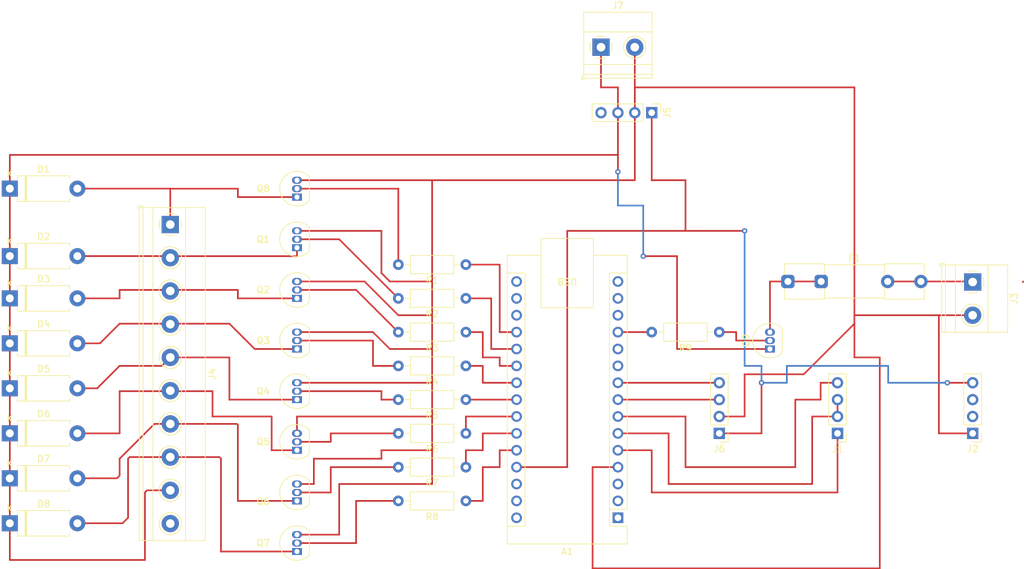
<source format=kicad_pcb>
(kicad_pcb (version 20221018) (generator pcbnew)
  (layers (0 "F.Cu" signal) (31 "B.Cu" signal) (34 "B.Paste" user) (35 "F.Paste" user) (36 "B.SilkS" user "B.Silkscreen") (37 "F.SilkS" user "F.Silkscreen") (38 "B.Mask" user) (39 "F.Mask" user) (44 "Edge.Cuts" user))
  (net 0 "")
  (net 4 "Net-(A1-D2)")
  (net 5 "Net-(A1-D3)")
  (net 6 "Net-(A1-D4)")
  (net 7 "Net-(A1-D5)")
  (net 8 "Net-(A1-D6)")
  (net 11 "Net-(A1-D9)")
  (net 18 "Net-(A1-A0)")
  (net 19 "Net-(A1-A1)")
  (net 20 "Net-(A1-A2)")
  (net 21 "Net-(A1-A3)")
  (net 22 "Net-(A1-A4)")
  (net 23 "Net-(A1-A5)")
  (net 24 "Net-(A1-A6)")
  (net 25 "Net-(A1-A7)")
  (net 26 "Net-(A1-+5V)")
  (net 28 "GND")
  (net 30 "Net-(Q9-E)")
  (net 31 "Net-(J3-Pin_1)")
  (net 36 "Net-(Q1-B)")
  (net 37 "Net-(Q2-B)")
  (net 38 "Net-(Q3-B)")
  (net 39 "Net-(Q4-B)")
  (net 40 "Net-(Q5-B)")
  (net 41 "Net-(Q6-B)")
  (net 42 "Net-(Q7-B)")
  (net 43 "Net-(Q8-B)")
  (net 44 "Net-(Q9-B)")
  (net 45 "Net-(D1-K)")
  (net 47 "Net-(D8-A)")
  (net 48 "Net-(D7-A)")
  (net 49 "Net-(D6-A)")
  (net 50 "Net-(D5-A)")
  (net 51 "Net-(D4-A)")
  (net 52 "Net-(D3-A)")
  (net 53 "Net-(D2-A)")
  (net 54 "Net-(D1-A)")
  (footprint "Package_TO_SOT_THT:TO-92_Inline" (layer "F.Cu") (at 104.14 116.84 90)
    (fp_text reference "Q7" (at 1.27 -5.08 180) (layer "F.SilkS"))
    (fp_text value "BC337")
    (pad "1" thru_hole rect (at 0 0 90) (size 1.05 1.5) (drill 0.75) (layers "*.Cu" "*.Mask") (net 47 "Net-(D8-A)"))
    (pad "2" thru_hole oval (at 1.27 0 90) (size 1.05 1.5) (drill 0.75) (layers "*.Cu" "*.Mask") (net 42 "Net-(Q7-B)"))
    (pad "3" thru_hole oval (at 2.54 0 90) (size 1.05 1.5) (drill 0.75) (layers "*.Cu" "*.Mask") (net 28 "GND"))
  )
  (footprint "Diode_THT:D_DO-15_P10.16mm_Horizontal" (layer "F.Cu") (at 60.96 78.74)
    (fp_text reference "D3" (at 5.08 -2.92) (layer "F.SilkS"))
    (fp_text value "1N53xxB")
    (fp_text user "K" (at 0 -2.2) (layer "F.SilkS"))
    (pad "1" thru_hole rect (at 0 0) (size 2.4 2.4) (drill 1.2) (layers "*.Cu" "*.Mask") (net 45 "Net-(D1-K)"))
    (pad "2" thru_hole oval (at 10.16 0) (size 2.4 2.4) (drill 1.2) (layers "*.Cu" "*.Mask") (net 52 "Net-(D3-A)"))
  )
  (footprint "Package_TO_SOT_THT:TO-92_Inline" (layer "F.Cu") (at 104.14 101.6 90)
    (fp_text reference "Q5" (at 1.27 -5.08 180) (layer "F.SilkS"))
    (fp_text value "BC337")
    (pad "1" thru_hole rect (at 0 0 90) (size 1.05 1.5) (drill 0.75) (layers "*.Cu" "*.Mask") (net 49 "Net-(D6-A)"))
    (pad "2" thru_hole oval (at 1.27 0 90) (size 1.05 1.5) (drill 0.75) (layers "*.Cu" "*.Mask") (net 40 "Net-(Q5-B)"))
    (pad "3" thru_hole oval (at 2.54 0 90) (size 1.05 1.5) (drill 0.75) (layers "*.Cu" "*.Mask") (net 28 "GND"))
  )
  (footprint "Diode_THT:D_DO-15_P10.16mm_Horizontal" (layer "F.Cu") (at 60.96 92.28)
    (fp_text reference "D5" (at 5.08 -2.92) (layer "F.SilkS"))
    (fp_text value "1N53xxB")
    (fp_text user "K" (at 0 -2.2) (layer "F.SilkS"))
    (pad "1" thru_hole rect (at 0 0) (size 2.4 2.4) (drill 1.2) (layers "*.Cu" "*.Mask") (net 45 "Net-(D1-K)"))
    (pad "2" thru_hole oval (at 10.16 0) (size 2.4 2.4) (drill 1.2) (layers "*.Cu" "*.Mask") (net 50 "Net-(D5-A)"))
  )
  (footprint "Diode_THT:D_DO-15_P10.16mm_Horizontal" (layer "F.Cu") (at 60.96 112.59)
    (fp_text reference "D8" (at 5.08 -2.92) (layer "F.SilkS"))
    (fp_text value "1N53xxB")
    (fp_text user "K" (at 0 -2.2) (layer "F.SilkS"))
    (pad "1" thru_hole rect (at 0 0) (size 2.4 2.4) (drill 1.2) (layers "*.Cu" "*.Mask") (net 45 "Net-(D1-K)"))
    (pad "2" thru_hole oval (at 10.16 0) (size 2.4 2.4) (drill 1.2) (layers "*.Cu" "*.Mask") (net 47 "Net-(D8-A)"))
  )
  (footprint "Resistor_THT:R_Axial_DIN0207_L6.3mm_D2.5mm_P10.16mm_Horizontal" (layer "F.Cu") (at 129.54 73.66 180)
    (fp_text reference "R1" (at 5.08 -2.37) (layer "F.SilkS"))
    (fp_text value "10000")
    (pad "1" thru_hole circle (at 0 0 180) (size 1.6 1.6) (drill 0.8) (layers "*.Cu" "*.Mask") (net 18 "Net-(A1-A0)"))
    (pad "2" thru_hole oval (at 10.16 0 180) (size 1.6 1.6) (drill 0.8) (layers "*.Cu" "*.Mask") (net 43 "Net-(Q8-B)"))
  )
  (footprint "Resistor_THT:R_Axial_DIN0207_L6.3mm_D2.5mm_P10.16mm_Horizontal" (layer "F.Cu") (at 129.54 93.98 180)
    (fp_text reference "R5" (at 5.08 -2.37) (layer "F.SilkS"))
    (fp_text value "10000")
    (pad "1" thru_hole circle (at 0 0 180) (size 1.6 1.6) (drill 0.8) (layers "*.Cu" "*.Mask") (net 22 "Net-(A1-A4)"))
    (pad "2" thru_hole oval (at 10.16 0 180) (size 1.6 1.6) (drill 0.8) (layers "*.Cu" "*.Mask") (net 39 "Net-(Q4-B)"))
  )
  (footprint "Connector_PinHeader_2.54mm:PinHeader_1x04_P2.54mm_Vertical" (layer "F.Cu") (at 205.74 99.06 180)
    (fp_text reference "J2" (at 0 -2.33) (layer "F.SilkS"))
    (fp_text value "MAX485")
    (pad "1" thru_hole rect (at 0 0 180) (size 1.7 1.7) (drill 1) (layers "*.Cu" "*.Mask") (net 28 "GND"))
    (pad "2" thru_hole oval (at 0 2.54 180) (size 1.7 1.7) (drill 1) (layers "*.Cu" "*.Mask"))
    (pad "3" thru_hole oval (at 0 5.08 180) (size 1.7 1.7) (drill 1) (layers "*.Cu" "*.Mask"))
    (pad "4" thru_hole oval (at 0 7.62 180) (size 1.7 1.7) (drill 1) (layers "*.Cu" "*.Mask") (net 26 "Net-(A1-+5V)"))
  )
  (footprint "Module:Arduino_Nano" (layer "F.Cu") (at 152.4 111.76 180)
    (fp_text reference "A1" (at 7.62 -5.08) (layer "F.SilkS"))
    (fp_text value "Arduino_Nano_v3.x")
    (fp_text user "USB" (at 7.62 35.56 180 unlocked) (layer "F.SilkS"))
    (pad "1" thru_hole rect (at 0 0 180) (size 1.6 1.6) (drill 1) (layers "*.Cu" "*.Mask"))
    (pad "2" thru_hole oval (at 0 2.54 180) (size 1.6 1.6) (drill 1) (layers "*.Cu" "*.Mask"))
    (pad "3" thru_hole oval (at 0 5.08 180) (size 1.6 1.6) (drill 1) (layers "*.Cu" "*.Mask"))
    (pad "4" thru_hole oval (at 0 7.62 180) (size 1.6 1.6) (drill 1) (layers "*.Cu" "*.Mask") (net 28 "GND"))
    (pad "5" thru_hole oval (at 0 10.16 180) (size 1.6 1.6) (drill 1) (layers "*.Cu" "*.Mask") (net 4 "Net-(A1-D2)"))
    (pad "6" thru_hole oval (at 0 12.7 180) (size 1.6 1.6) (drill 1) (layers "*.Cu" "*.Mask") (net 5 "Net-(A1-D3)"))
    (pad "7" thru_hole oval (at 0 15.24 180) (size 1.6 1.6) (drill 1) (layers "*.Cu" "*.Mask") (net 6 "Net-(A1-D4)"))
    (pad "8" thru_hole oval (at 0 17.78 180) (size 1.6 1.6) (drill 1) (layers "*.Cu" "*.Mask") (net 7 "Net-(A1-D5)"))
    (pad "9" thru_hole oval (at 0 20.32 180) (size 1.6 1.6) (drill 1) (layers "*.Cu" "*.Mask") (net 8 "Net-(A1-D6)"))
    (pad "10" thru_hole oval (at 0 22.86 180) (size 1.6 1.6) (drill 1) (layers "*.Cu" "*.Mask"))
    (pad "11" thru_hole oval (at 0 25.4 180) (size 1.6 1.6) (drill 1) (layers "*.Cu" "*.Mask"))
    (pad "12" thru_hole oval (at 0 27.94 180) (size 1.6 1.6) (drill 1) (layers "*.Cu" "*.Mask") (net 11 "Net-(A1-D9)"))
    (pad "13" thru_hole oval (at 0 30.48 180) (size 1.6 1.6) (drill 1) (layers "*.Cu" "*.Mask"))
    (pad "14" thru_hole oval (at 0 33.02 180) (size 1.6 1.6) (drill 1) (layers "*.Cu" "*.Mask"))
    (pad "15" thru_hole oval (at 0 35.56 180) (size 1.6 1.6) (drill 1) (layers "*.Cu" "*.Mask"))
    (pad "16" thru_hole oval (at 15.24 35.56 180) (size 1.6 1.6) (drill 1) (layers "*.Cu" "*.Mask"))
    (pad "17" thru_hole oval (at 15.24 33.02 180) (size 1.6 1.6) (drill 1) (layers "*.Cu" "*.Mask"))
    (pad "18" thru_hole oval (at 15.24 30.48 180) (size 1.6 1.6) (drill 1) (layers "*.Cu" "*.Mask"))
    (pad "19" thru_hole oval (at 15.24 27.94 180) (size 1.6 1.6) (drill 1) (layers "*.Cu" "*.Mask") (net 18 "Net-(A1-A0)"))
    (pad "20" thru_hole oval (at 15.24 25.4 180) (size 1.6 1.6) (drill 1) (layers "*.Cu" "*.Mask") (net 19 "Net-(A1-A1)"))
    (pad "21" thru_hole oval (at 15.24 22.86 180) (size 1.6 1.6) (drill 1) (layers "*.Cu" "*.Mask") (net 20 "Net-(A1-A2)"))
    (pad "22" thru_hole oval (at 15.24 20.32 180) (size 1.6 1.6) (drill 1) (layers "*.Cu" "*.Mask") (net 21 "Net-(A1-A3)"))
    (pad "23" thru_hole oval (at 15.24 17.78 180) (size 1.6 1.6) (drill 1) (layers "*.Cu" "*.Mask") (net 22 "Net-(A1-A4)"))
    (pad "24" thru_hole oval (at 15.24 15.24 180) (size 1.6 1.6) (drill 1) (layers "*.Cu" "*.Mask") (net 23 "Net-(A1-A5)"))
    (pad "25" thru_hole oval (at 15.24 12.7 180) (size 1.6 1.6) (drill 1) (layers "*.Cu" "*.Mask") (net 24 "Net-(A1-A6)"))
    (pad "26" thru_hole oval (at 15.24 10.16 180) (size 1.6 1.6) (drill 1) (layers "*.Cu" "*.Mask") (net 25 "Net-(A1-A7)"))
    (pad "27" thru_hole oval (at 15.24 7.62 180) (size 1.6 1.6) (drill 1) (layers "*.Cu" "*.Mask") (net 26 "Net-(A1-+5V)"))
    (pad "28" thru_hole oval (at 15.24 5.08 180) (size 1.6 1.6) (drill 1) (layers "*.Cu" "*.Mask"))
    (pad "29" thru_hole oval (at 15.24 2.54 180) (size 1.6 1.6) (drill 1) (layers "*.Cu" "*.Mask"))
    (pad "30" thru_hole oval (at 15.24 0 180) (size 1.6 1.6) (drill 1) (layers "*.Cu" "*.Mask"))
  )
  (footprint "Connector_PinHeader_2.54mm:PinHeader_1x04_P2.54mm_Vertical" (layer "F.Cu") (at 185.42 99.06 180)
    (fp_text reference "J1" (at 0 -2.33) (layer "F.SilkS"))
    (fp_text value "MAX485")
    (pad "1" thru_hole rect (at 0 0 180) (size 1.7 1.7) (drill 1) (layers "*.Cu" "*.Mask") (net 4 "Net-(A1-D2)"))
    (pad "2" thru_hole oval (at 0 2.54 180) (size 1.7 1.7) (drill 1) (layers "*.Cu" "*.Mask") (net 5 "Net-(A1-D3)"))
    (pad "3" thru_hole oval (at 0 5.08 180) (size 1.7 1.7) (drill 1) (layers "*.Cu" "*.Mask") (net 5 "Net-(A1-D3)"))
    (pad "4" thru_hole oval (at 0 7.62 180) (size 1.7 1.7) (drill 1) (layers "*.Cu" "*.Mask") (net 6 "Net-(A1-D4)"))
  )
  (footprint "Resistor_THT:R_Axial_DIN0207_L6.3mm_D2.5mm_P10.16mm_Horizontal" (layer "F.Cu") (at 129.54 99.06 180)
    (fp_text reference "R6" (at 5.08 -2.37) (layer "F.SilkS"))
    (fp_text value "10000")
    (pad "1" thru_hole circle (at 0 0 180) (size 1.6 1.6) (drill 0.8) (layers "*.Cu" "*.Mask") (net 23 "Net-(A1-A5)"))
    (pad "2" thru_hole oval (at 10.16 0 180) (size 1.6 1.6) (drill 0.8) (layers "*.Cu" "*.Mask") (net 40 "Net-(Q5-B)"))
  )
  (footprint "Package_TO_SOT_THT:TO-92_Inline" (layer "F.Cu") (at 175.26 86.36 90)
    (fp_text reference "Q9" (at 1.27 -3.56 90) (layer "F.SilkS"))
    (fp_text value "NPN")
    (pad "1" thru_hole rect (at 0 0 90) (size 1.05 1.5) (drill 0.75) (layers "*.Cu" "*.Mask") (net 45 "Net-(D1-K)"))
    (pad "2" thru_hole oval (at 1.27 0 90) (size 1.05 1.5) (drill 0.75) (layers "*.Cu" "*.Mask") (net 44 "Net-(Q9-B)"))
    (pad "3" thru_hole oval (at 2.54 0 90) (size 1.05 1.5) (drill 0.75) (layers "*.Cu" "*.Mask") (net 30 "Net-(Q9-E)"))
  )
  (footprint "Package_TO_SOT_THT:TO-92_Inline" (layer "F.Cu") (at 104.14 78.74 90)
    (fp_text reference "Q2" (at 1.27 -5.08 180) (layer "F.SilkS"))
    (fp_text value "BC337")
    (pad "1" thru_hole rect (at 0 0 90) (size 1.05 1.5) (drill 0.75) (layers "*.Cu" "*.Mask") (net 52 "Net-(D3-A)"))
    (pad "2" thru_hole oval (at 1.27 0 90) (size 1.05 1.5) (drill 0.75) (layers "*.Cu" "*.Mask") (net 37 "Net-(Q2-B)"))
    (pad "3" thru_hole oval (at 2.54 0 90) (size 1.05 1.5) (drill 0.75) (layers "*.Cu" "*.Mask") (net 28 "GND"))
  )
  (footprint "Package_TO_SOT_THT:TO-92_Inline" (layer "F.Cu") (at 104.14 109.22 90)
    (fp_text reference "Q6" (at -0.09 -5.08 180) (layer "F.SilkS"))
    (fp_text value "BC337")
    (pad "1" thru_hole rect (at 0 0 90) (size 1.05 1.5) (drill 0.75) (layers "*.Cu" "*.Mask") (net 48 "Net-(D7-A)"))
    (pad "2" thru_hole oval (at 1.27 0 90) (size 1.05 1.5) (drill 0.75) (layers "*.Cu" "*.Mask") (net 41 "Net-(Q6-B)"))
    (pad "3" thru_hole oval (at 2.54 0 90) (size 1.05 1.5) (drill 0.75) (layers "*.Cu" "*.Mask") (net 28 "GND"))
  )
  (footprint "Resistor_THT:R_Axial_DIN0207_L6.3mm_D2.5mm_P10.16mm_Horizontal" (layer "F.Cu") (at 129.54 88.9 180)
    (fp_text reference "R4" (at 5.08 -2.37) (layer "F.SilkS"))
    (fp_text value "10000")
    (pad "1" thru_hole circle (at 0 0 180) (size 1.6 1.6) (drill 0.8) (layers "*.Cu" "*.Mask") (net 21 "Net-(A1-A3)"))
    (pad "2" thru_hole oval (at 10.16 0 180) (size 1.6 1.6) (drill 0.8) (layers "*.Cu" "*.Mask") (net 38 "Net-(Q3-B)"))
  )
  (footprint "TerminalBlock_Phoenix:TerminalBlock_Phoenix_MKDS-1,5-2-5.08_1x02_P5.08mm_Horizontal" (layer "F.Cu") (at 149.855 40.945)
    (fp_text reference "J7" (at 2.54 -6.26) (layer "F.SilkS"))
    (fp_text value "Screw_Terminal_01x02")
    (pad "1" thru_hole rect (at 0 0) (size 2.6 2.6) (drill 1.3) (layers "*.Cu" "*.Mask") (net 45 "Net-(D1-K)"))
    (pad "2" thru_hole circle (at 5.08 0) (size 2.6 2.6) (drill 1.3) (layers "*.Cu" "*.Mask") (net 28 "GND"))
  )
  (footprint "Resistor_THT:R_Axial_DIN0207_L6.3mm_D2.5mm_P10.16mm_Horizontal" (layer "F.Cu") (at 167.64 83.82 180)
    (fp_text reference "R9" (at 5.08 -2.37) (layer "F.SilkS"))
    (fp_text value "10000")
    (pad "1" thru_hole circle (at 0 0 180) (size 1.6 1.6) (drill 0.8) (layers "*.Cu" "*.Mask") (net 44 "Net-(Q9-B)"))
    (pad "2" thru_hole oval (at 10.16 0 180) (size 1.6 1.6) (drill 0.8) (layers "*.Cu" "*.Mask") (net 11 "Net-(A1-D9)"))
  )
  (footprint "Package_TO_SOT_THT:TO-92_Inline" (layer "F.Cu") (at 104.14 93.98 90)
    (fp_text reference "Q4" (at 1.27 -5.08 180) (layer "F.SilkS"))
    (fp_text value "BC337")
    (pad "1" thru_hole rect (at 0 0 90) (size 1.05 1.5) (drill 0.75) (layers "*.Cu" "*.Mask") (net 50 "Net-(D5-A)"))
    (pad "2" thru_hole oval (at 1.27 0 90) (size 1.05 1.5) (drill 0.75) (layers "*.Cu" "*.Mask") (net 39 "Net-(Q4-B)"))
    (pad "3" thru_hole oval (at 2.54 0 90) (size 1.05 1.5) (drill 0.75) (layers "*.Cu" "*.Mask") (net 28 "GND"))
  )
  (footprint "Diode_THT:D_DO-15_P10.16mm_Horizontal" (layer "F.Cu") (at 60.96 62.22)
    (fp_text reference "D1" (at 5.08 -2.92) (layer "F.SilkS"))
    (fp_text value "1N53xxB")
    (fp_text user "K" (at 0 -2.2) (layer "F.SilkS"))
    (pad "1" thru_hole rect (at 0 0) (size 2.4 2.4) (drill 1.2) (layers "*.Cu" "*.Mask") (net 45 "Net-(D1-K)"))
    (pad "2" thru_hole oval (at 10.16 0) (size 2.4 2.4) (drill 1.2) (layers "*.Cu" "*.Mask") (net 54 "Net-(D1-A)"))
  )
  (footprint "Diode_THT:D_DO-15_P10.16mm_Horizontal" (layer "F.Cu") (at 60.96 72.38)
    (fp_text reference "D2" (at 5.08 -2.92) (layer "F.SilkS"))
    (fp_text value "1N53xxB")
    (fp_text user "K" (at 0 -2.2) (layer "F.SilkS"))
    (pad "1" thru_hole rect (at 0 0) (size 2.4 2.4) (drill 1.2) (layers "*.Cu" "*.Mask") (net 45 "Net-(D1-K)"))
    (pad "2" thru_hole oval (at 10.16 0) (size 2.4 2.4) (drill 1.2) (layers "*.Cu" "*.Mask") (net 53 "Net-(D2-A)"))
  )
  (footprint "TerminalBlock_Phoenix:TerminalBlock_Phoenix_MKDS-1,5-10_1x10_P5.00mm_Horizontal" (layer "F.Cu") (at 85.09 67.63 -90)
    (fp_text reference "J4" (at 22.5 -6.26 90) (layer "F.SilkS"))
    (fp_text value "Screw_Terminal_01x10")
    (pad "1" thru_hole rect (at 0 0 270) (size 2.6 2.6) (drill 1.3) (layers "*.Cu" "*.Mask") (net 54 "Net-(D1-A)"))
    (pad "2" thru_hole circle (at 5 0 270) (size 2.6 2.6) (drill 1.3) (layers "*.Cu" "*.Mask") (net 53 "Net-(D2-A)"))
    (pad "3" thru_hole circle (at 10 0 270) (size 2.6 2.6) (drill 1.3) (layers "*.Cu" "*.Mask") (net 52 "Net-(D3-A)"))
    (pad "4" thru_hole circle (at 15 0 270) (size 2.6 2.6) (drill 1.3) (layers "*.Cu" "*.Mask") (net 51 "Net-(D4-A)"))
    (pad "5" thru_hole circle (at 20 0 270) (size 2.6 2.6) (drill 1.3) (layers "*.Cu" "*.Mask") (net 50 "Net-(D5-A)"))
    (pad "6" thru_hole circle (at 25 0 270) (size 2.6 2.6) (drill 1.3) (layers "*.Cu" "*.Mask") (net 49 "Net-(D6-A)"))
    (pad "7" thru_hole circle (at 30 0 270) (size 2.6 2.6) (drill 1.3) (layers "*.Cu" "*.Mask") (net 48 "Net-(D7-A)"))
    (pad "8" thru_hole circle (at 35 0 270) (size 2.6 2.6) (drill 1.3) (layers "*.Cu" "*.Mask") (net 47 "Net-(D8-A)"))
    (pad "9" thru_hole circle (at 40 0 270) (size 2.6 2.6) (drill 1.3) (layers "*.Cu" "*.Mask") (net 45 "Net-(D1-K)"))
    (pad "10" thru_hole circle (at 45 0 270) (size 2.6 2.6) (drill 1.3) (layers "*.Cu" "*.Mask"))
  )
  (footprint "Connector_PinHeader_2.54mm:PinHeader_1x04_P2.54mm_Vertical" (layer "F.Cu") (at 167.64 99.06 180)
    (fp_text reference "J6" (at 0 -2.33) (layer "F.SilkS"))
    (fp_text value "Ekran")
    (pad "1" thru_hole rect (at 0 0 180) (size 1.7 1.7) (drill 1) (layers "*.Cu" "*.Mask") (net 26 "Net-(A1-+5V)"))
    (pad "2" thru_hole oval (at 0 2.54 180) (size 1.7 1.7) (drill 1) (layers "*.Cu" "*.Mask") (net 28 "GND"))
    (pad "3" thru_hole oval (at 0 5.08 180) (size 1.7 1.7) (drill 1) (layers "*.Cu" "*.Mask") (net 7 "Net-(A1-D5)"))
    (pad "4" thru_hole oval (at 0 7.62 180) (size 1.7 1.7) (drill 1) (layers "*.Cu" "*.Mask") (net 8 "Net-(A1-D6)"))
  )
  (footprint "Diode_THT:D_DO-15_P10.16mm_Horizontal" (layer "F.Cu") (at 60.96 85.51)
    (fp_text reference "D4" (at 5.08 -2.92) (layer "F.SilkS"))
    (fp_text value "1N53xxB")
    (fp_text user "K" (at 0 -2.2) (layer "F.SilkS"))
    (pad "1" thru_hole rect (at 0 0) (size 2.4 2.4) (drill 1.2) (layers "*.Cu" "*.Mask") (net 45 "Net-(D1-K)"))
    (pad "2" thru_hole oval (at 10.16 0) (size 2.4 2.4) (drill 1.2) (layers "*.Cu" "*.Mask") (net 51 "Net-(D4-A)"))
  )
  (footprint "Resistor_THT:R_Axial_DIN0207_L6.3mm_D2.5mm_P10.16mm_Horizontal" (layer "F.Cu") (at 129.54 109.22 180)
    (fp_text reference "R8" (at 5.08 -2.37) (layer "F.SilkS"))
    (fp_text value "10000")
    (pad "1" thru_hole circle (at 0 0 180) (size 1.6 1.6) (drill 0.8) (layers "*.Cu" "*.Mask") (net 25 "Net-(A1-A7)"))
    (pad "2" thru_hole oval (at 10.16 0 180) (size 1.6 1.6) (drill 0.8) (layers "*.Cu" "*.Mask") (net 42 "Net-(Q7-B)"))
  )
  (footprint "Fuse:Fuseholder_Clip-5x20mm_Littelfuse_111_Inline_P20.00x5.00mm_D1.05mm_Horizontal" (layer "F.Cu") (at 177.96 76.2)
    (fp_text reference "F1" (at 10 -3.5) (layer "F.SilkS"))
    (fp_text value "Fuse_Small")
    (pad "1" thru_hole roundrect (at 0 0) (size 2 2) (drill 1.05) (layers "*.Cu" "*.Mask") (net 30 "Net-(Q9-E)"))
    (pad "1" thru_hole roundrect (at 5 0) (size 2 2) (drill 1.05) (layers "*.Cu" "*.Mask") (net 30 "Net-(Q9-E)"))
    (pad "2" thru_hole circle (at 15 0) (size 2 2) (drill 1.05) (layers "*.Cu" "*.Mask") (net 31 "Net-(J3-Pin_1)"))
    (pad "2" thru_hole circle (at 20 0) (size 2 2) (drill 1.05) (layers "*.Cu" "*.Mask") (net 31 "Net-(J3-Pin_1)"))
  )
  (footprint "Resistor_THT:R_Axial_DIN0207_L6.3mm_D2.5mm_P10.16mm_Horizontal" (layer "F.Cu") (at 129.54 83.82 180)
    (fp_text reference "R3" (at 5.08 -2.37) (layer "F.SilkS"))
    (fp_text value "10000")
    (pad "1" thru_hole circle (at 0 0 180) (size 1.6 1.6) (drill 0.8) (layers "*.Cu" "*.Mask") (net 20 "Net-(A1-A2)"))
    (pad "2" thru_hole oval (at 10.16 0 180) (size 1.6 1.6) (drill 0.8) (layers "*.Cu" "*.Mask") (net 37 "Net-(Q2-B)"))
  )
  (footprint "Package_TO_SOT_THT:TO-92_Inline" (layer "F.Cu") (at 104.14 86.36 90)
    (fp_text reference "Q3" (at 1.27 -5.08 180) (layer "F.SilkS"))
    (fp_text value "BC337")
    (pad "1" thru_hole rect (at 0 0 90) (size 1.05 1.5) (drill 0.75) (layers "*.Cu" "*.Mask") (net 51 "Net-(D4-A)"))
    (pad "2" thru_hole oval (at 1.27 0 90) (size 1.05 1.5) (drill 0.75) (layers "*.Cu" "*.Mask") (net 38 "Net-(Q3-B)"))
    (pad "3" thru_hole oval (at 2.54 0 90) (size 1.05 1.5) (drill 0.75) (layers "*.Cu" "*.Mask") (net 28 "GND"))
  )
  (footprint "Connector_PinHeader_2.54mm:PinHeader_1x04_P2.54mm_Vertical" (layer "F.Cu") (at 157.48 50.8 -90)
    (fp_text reference "J5" (at 0 -2.33 90) (layer "F.SilkS"))
    (fp_text value "Napajanje 12V")
    (pad "1" thru_hole rect (at 0 0 270) (size 1.7 1.7) (drill 1) (layers "*.Cu" "*.Mask") (net 26 "Net-(A1-+5V)"))
    (pad "2" thru_hole oval (at 0 2.54 270) (size 1.7 1.7) (drill 1) (layers "*.Cu" "*.Mask") (net 28 "GND"))
    (pad "3" thru_hole oval (at 0 5.08 270) (size 1.7 1.7) (drill 1) (layers "*.Cu" "*.Mask") (net 45 "Net-(D1-K)"))
    (pad "4" thru_hole oval (at 0 7.62 270) (size 1.7 1.7) (drill 1) (layers "*.Cu" "*.Mask"))
  )
  (footprint "Diode_THT:D_DO-15_P10.16mm_Horizontal" (layer "F.Cu") (at 60.96 105.82)
    (fp_text reference "D7" (at 5.08 -2.92) (layer "F.SilkS"))
    (fp_text value "1N53xxB")
    (fp_text user "K" (at 0 -2.2) (layer "F.SilkS"))
    (pad "1" thru_hole rect (at 0 0) (size 2.4 2.4) (drill 1.2) (layers "*.Cu" "*.Mask") (net 45 "Net-(D1-K)"))
    (pad "2" thru_hole oval (at 10.16 0) (size 2.4 2.4) (drill 1.2) (layers "*.Cu" "*.Mask") (net 48 "Net-(D7-A)"))
  )
  (footprint "Resistor_THT:R_Axial_DIN0207_L6.3mm_D2.5mm_P10.16mm_Horizontal" (layer "F.Cu") (at 129.54 104.14 180)
    (fp_text reference "R7" (at 5.08 -2.37) (layer "F.SilkS"))
    (fp_text value "10000")
    (pad "1" thru_hole circle (at 0 0 180) (size 1.6 1.6) (drill 0.8) (layers "*.Cu" "*.Mask") (net 24 "Net-(A1-A6)"))
    (pad "2" thru_hole oval (at 10.16 0 180) (size 1.6 1.6) (drill 0.8) (layers "*.Cu" "*.Mask") (net 41 "Net-(Q6-B)"))
  )
  (footprint "Resistor_THT:R_Axial_DIN0207_L6.3mm_D2.5mm_P10.16mm_Horizontal" (layer "F.Cu") (at 129.54 78.74 180)
    (fp_text reference "R2" (at 5.08 -2.37) (layer "F.SilkS"))
    (fp_text value "10000")
    (pad "1" thru_hole circle (at 0 0 180) (size 1.6 1.6) (drill 0.8) (layers "*.Cu" "*.Mask") (net 19 "Net-(A1-A1)"))
    (pad "2" thru_hole oval (at 10.16 0 180) (size 1.6 1.6) (drill 0.8) (layers "*.Cu" "*.Mask") (net 36 "Net-(Q1-B)"))
  )
  (footprint "TerminalBlock_Phoenix:TerminalBlock_Phoenix_MKDS-1,5-2_1x02_P5.00mm_Horizontal" (layer "F.Cu") (at 205.74 76.28 -90)
    (fp_text reference "J3" (at 2.5 -6.26 90) (layer "F.SilkS"))
    (fp_text value "Napajanje za osjetni modul")
    (pad "1" thru_hole rect (at 0 0 270) (size 2.6 2.6) (drill 1.3) (layers "*.Cu" "*.Mask") (net 31 "Net-(J3-Pin_1)"))
    (pad "2" thru_hole circle (at 5 0 270) (size 2.6 2.6) (drill 1.3) (layers "*.Cu" "*.Mask") (net 28 "GND"))
  )
  (footprint "Diode_THT:D_DO-15_P10.16mm_Horizontal" (layer "F.Cu") (at 60.96 99.05)
    (fp_text reference "D6" (at 5.08 -2.92) (layer "F.SilkS"))
    (fp_text value "1N53xxB")
    (fp_text user "K" (at 0 -2.2) (layer "F.SilkS"))
    (pad "1" thru_hole rect (at 0 0) (size 2.4 2.4) (drill 1.2) (layers "*.Cu" "*.Mask") (net 45 "Net-(D1-K)"))
    (pad "2" thru_hole oval (at 10.16 0) (size 2.4 2.4) (drill 1.2) (layers "*.Cu" "*.Mask") (net 49 "Net-(D6-A)"))
  )
  (footprint "Package_TO_SOT_THT:TO-92_Inline" (layer "F.Cu") (at 104.14 71.12 90)
    (fp_text reference "Q1" (at 1.27 -5.08 180) (layer "F.SilkS"))
    (fp_text value "BC337")
    (pad "1" thru_hole rect (at 0 0 90) (size 1.05 1.5) (drill 0.75) (layers "*.Cu" "*.Mask") (net 53 "Net-(D2-A)"))
    (pad "2" thru_hole oval (at 1.27 0 90) (size 1.05 1.5) (drill 0.75) (layers "*.Cu" "*.Mask") (net 36 "Net-(Q1-B)"))
    (pad "3" thru_hole oval (at 2.54 0 90) (size 1.05 1.5) (drill 0.75) (layers "*.Cu" "*.Mask") (net 28 "GND"))
  )
  (footprint "Package_TO_SOT_THT:TO-92_Inline" (layer "F.Cu") (at 104.14 63.5 90)
    (fp_text reference "Q8" (at 1.27 -5.08 180) (layer "F.SilkS"))
    (fp_text value "BC337")
    (pad "1" thru_hole rect (at 0 0 90) (size 1.05 1.5) (drill 0.75) (layers "*.Cu" "*.Mask") (net 54 "Net-(D1-A)"))
    (pad "2" thru_hole oval (at 1.27 0 90) (size 1.05 1.5) (drill 0.75) (layers "*.Cu" "*.Mask") (net 43 "Net-(Q8-B)"))
    (pad "3" thru_hole oval (at 2.54 0 90) (size 1.05 1.5) (drill 0.75) (layers "*.Cu" "*.Mask") (net 28 "GND"))
  )
  (segment (start 213.36 76.2) (end 213.28 76.28) (width 0.25) (layer "F.Cu") (net 0))
  (segment (start 157.48 101.6) (end 152.4 101.6) (width 0.25) (layer "F.Cu") (net 4))
  (segment (start 185.42 107.95) (end 157.48 107.95) (width 0.25) (layer "F.Cu") (net 4))
  (segment (start 185.42 99.06) (end 185.42 107.95) (width 0.25) (layer "F.Cu") (net 4))
  (segment (start 157.48 107.95) (end 157.48 101.6) (width 0.25) (layer "F.Cu") (net 4))
  (segment (start 160.02 99.06) (end 160.02 106.68) (width 0.25) (layer "F.Cu") (net 5))
  (segment (start 152.4 99.06) (end 160.02 99.06) (width 0.25) (layer "F.Cu") (net 5))
  (segment (start 160.02 106.68) (end 181.61 106.68) (width 0.25) (layer "F.Cu") (net 5))
  (segment (start 181.61 96.52) (end 185.42 96.52) (width 0.25) (layer "F.Cu") (net 5))
  (segment (start 181.61 106.68) (end 181.61 96.52) (width 0.25) (layer "F.Cu") (net 5))
  (segment (start 185.42 93.98) (end 185.42 96.52) (width 0.25) (layer "F.Cu") (net 5))
  (segment (start 182.88 91.44) (end 182.88 93.98) (width 0.25) (layer "F.Cu") (net 6))
  (segment (start 162.56 96.52) (end 152.4 96.52) (width 0.25) (layer "F.Cu") (net 6))
  (segment (start 182.88 93.98) (end 179.07 93.98) (width 0.25) (layer "F.Cu") (net 6))
  (segment (start 185.42 91.44) (end 182.88 91.44) (width 0.25) (layer "F.Cu") (net 6))
  (segment (start 179.07 104.14) (end 162.56 104.14) (width 0.25) (layer "F.Cu") (net 6))
  (segment (start 179.07 93.98) (end 179.07 104.14) (width 0.25) (layer "F.Cu") (net 6))
  (segment (start 162.56 104.14) (end 162.56 96.52) (width 0.25) (layer "F.Cu") (net 6))
  (segment (start 152.4 93.98) (end 167.64 93.98) (width 0.25) (layer "F.Cu") (net 7))
  (segment (start 152.4 91.44) (end 167.64 91.44) (width 0.25) (layer "F.Cu") (net 8))
  (segment (start 152.4 83.82) (end 157.48 83.82) (width 0.25) (layer "F.Cu") (net 11))
  (segment (start 134.62 73.66) (end 129.54 73.66) (width 0.25) (layer "F.Cu") (net 18))
  (segment (start 137.16 83.82) (end 134.62 83.82) (width 0.25) (layer "F.Cu") (net 18))
  (segment (start 134.62 83.82) (end 134.62 73.66) (width 0.25) (layer "F.Cu") (net 18))
  (segment (start 129.54 78.74) (end 133.35 78.74) (width 0.25) (layer "F.Cu") (net 19))
  (segment (start 133.35 78.74) (end 133.35 86.36) (width 0.25) (layer "F.Cu") (net 19))
  (segment (start 133.35 86.36) (end 137.16 86.36) (width 0.25) (layer "F.Cu") (net 19))
  (segment (start 129.54 83.82) (end 132.08 83.82) (width 0.25) (layer "F.Cu") (net 20))
  (segment (start 134.62 88.9) (end 137.16 88.9) (width 0.25) (layer "F.Cu") (net 20))
  (segment (start 134.62 87.63) (end 134.62 88.9) (width 0.25) (layer "F.Cu") (net 20))
  (segment (start 132.08 87.63) (end 134.62 87.63) (width 0.25) (layer "F.Cu") (net 20))
  (segment (start 132.08 83.82) (end 132.08 87.63) (width 0.25) (layer "F.Cu") (net 20))
  (segment (start 132.08 88.9) (end 132.08 91.44) (width 0.25) (layer "F.Cu") (net 21))
  (segment (start 132.08 91.44) (end 137.16 91.44) (width 0.25) (layer "F.Cu") (net 21))
  (segment (start 129.54 88.9) (end 132.08 88.9) (width 0.25) (layer "F.Cu") (net 21))
  (segment (start 129.54 93.98) (end 137.16 93.98) (width 0.25) (layer "F.Cu") (net 22))
  (segment (start 129.54 96.52) (end 129.54 99.06) (width 0.25) (layer "F.Cu") (net 23))
  (segment (start 137.16 96.52) (end 129.54 96.52) (width 0.25) (layer "F.Cu") (net 23))
  (segment (start 132.08 99.06) (end 137.16 99.06) (width 0.25) (layer "F.Cu") (net 24))
  (segment (start 129.54 104.14) (end 129.54 101.6) (width 0.25) (layer "F.Cu") (net 24))
  (segment (start 129.54 101.6) (end 132.08 101.6) (width 0.25) (layer "F.Cu") (net 24))
  (segment (start 132.08 101.6) (end 132.08 99.06) (width 0.25) (layer "F.Cu") (net 24))
  (segment (start 134.62 101.6) (end 137.16 101.6) (width 0.25) (layer "F.Cu") (net 25))
  (segment (start 134.62 104.14) (end 134.62 101.6) (width 0.25) (layer "F.Cu") (net 25))
  (segment (start 129.54 109.22) (end 132.08 109.22) (width 0.25) (layer "F.Cu") (net 25))
  (segment (start 132.08 104.14) (end 134.62 104.14) (width 0.25) (layer "F.Cu") (net 25))
  (segment (start 132.08 109.22) (end 132.08 104.14) (width 0.25) (layer "F.Cu") (net 25))
  (segment (start 171.45 68.58) (end 162.56 68.58) (width 0.25) (layer "F.Cu") (net 26))
  (segment (start 167.64 99.06) (end 173.99 99.06) (width 0.25) (layer "F.Cu") (net 26))
  (segment (start 137.16 104.14) (end 144.78 104.14) (width 0.25) (layer "F.Cu") (net 26))
  (segment (start 173.99 99.06) (end 173.99 91.44) (width 0.25) (layer "F.Cu") (net 26))
  (segment (start 162.56 68.58) (end 162.56 60.96) (width 0.25) (layer "F.Cu") (net 26))
  (segment (start 157.48 60.96) (end 157.48 50.8) (width 0.25) (layer "F.Cu") (net 26))
  (segment (start 162.56 60.96) (end 157.48 60.96) (width 0.25) (layer "F.Cu") (net 26))
  (segment (start 205.74 91.44) (end 201.93 91.44) (width 0.25) (layer "F.Cu") (net 26))
  (segment (start 144.78 68.58) (end 162.56 68.58) (width 0.25) (layer "F.Cu") (net 26))
  (segment (start 144.78 104.14) (end 144.78 68.58) (width 0.25) (layer "F.Cu") (net 26))
  (via (at 201.93 91.44) (size 0.8) (drill 0.4) (layers "F.Cu" "B.Cu") (net 26))
  (via (at 173.99 91.44) (size 0.8) (drill 0.4) (layers "F.Cu" "B.Cu") (net 26))
  (via (at 171.45 68.58) (size 0.8) (drill 0.4) (layers "F.Cu" "B.Cu") (net 26))
  (segment (start 173.99 91.44) (end 173.99 88.9) (width 0.25) (layer "B.Cu") (net 26))
  (segment (start 201.93 91.44) (end 193.04 91.44) (width 0.25) (layer "B.Cu") (net 26))
  (segment (start 177.8 91.44) (end 173.99 91.44) (width 0.25) (layer "B.Cu") (net 26))
  (segment (start 177.8 88.9) (end 177.8 91.44) (width 0.25) (layer "B.Cu") (net 26))
  (segment (start 193.04 91.44) (end 193.04 88.9) (width 0.25) (layer "B.Cu") (net 26))
  (segment (start 173.99 88.9) (end 171.45 88.9) (width 0.25) (layer "B.Cu") (net 26))
  (segment (start 193.04 88.9) (end 177.8 88.9) (width 0.25) (layer "B.Cu") (net 26))
  (segment (start 171.45 88.9) (end 171.45 68.58) (width 0.25) (layer "B.Cu") (net 26))
  (segment (start 119.38 81.28) (end 124.46 81.28) (width 0.25) (layer "F.Cu") (net 28))
  (segment (start 200.66 99.06) (end 200.66 81.28) (width 0.25) (layer "F.Cu") (net 28))
  (segment (start 104.14 106.68) (end 106.68 106.68) (width 0.25) (layer "F.Cu") (net 28))
  (segment (start 114.3 76.2) (end 119.38 81.28) (width 0.25) (layer "F.Cu") (net 28))
  (segment (start 106.68 102.87) (end 116.84 102.87) (width 0.25) (layer "F.Cu") (net 28))
  (segment (start 124.46 101.6) (end 124.46 91.44) (width 0.25) (layer "F.Cu") (net 28))
  (segment (start 116.84 74.93) (end 116.84 68.58) (width 0.25) (layer "F.Cu") (net 28))
  (segment (start 118.11 86.36) (end 124.46 86.36) (width 0.25) (layer "F.Cu") (net 28))
  (segment (start 154.935 46.985) (end 154.935 40.945) (width 0.25) (layer "F.Cu") (net 28))
  (segment (start 154.94 46.99) (end 154.935 46.985) (width 0.25) (layer "F.Cu") (net 28))
  (segment (start 110.49 106.68) (end 124.46 106.68) (width 0.25) (layer "F.Cu") (net 28))
  (segment (start 187.96 46.99) (end 154.94 46.99) (width 0.25) (layer "F.Cu") (net 28))
  (segment (start 106.68 106.68) (end 106.68 102.87) (width 0.25) (layer "F.Cu") (net 28))
  (segment (start 187.96 82.55) (end 187.96 81.28) (width 0.25) (layer "F.Cu") (net 28))
  (segment (start 104.14 96.52) (end 124.46 96.52) (width 0.25) (layer "F.Cu") (net 28))
  (segment (start 104.14 99.06) (end 104.14 96.52) (width 0.25) (layer "F.Cu") (net 28))
  (segment (start 110.49 114.3) (end 110.49 106.68) (width 0.25) (layer "F.Cu") (net 28))
  (segment (start 205.74 81.28) (end 200.66 81.28) (width 0.25) (layer "F.Cu") (net 28))
  (segment (start 180.34 90.17) (end 187.96 82.55) (width 0.25) (layer "F.Cu") (net 28))
  (segment (start 118.11 76.2) (end 116.84 74.93) (width 0.25) (layer "F.Cu") (net 28))
  (segment (start 116.84 68.58) (end 104.14 68.58) (width 0.25) (layer "F.Cu") (net 28))
  (segment (start 205.74 99.06) (end 200.66 99.06) (width 0.25) (layer "F.Cu") (net 28))
  (segment (start 116.84 102.87) (end 116.84 101.6) (width 0.25) (layer "F.Cu") (net 28))
  (segment (start 124.46 60.96) (end 104.14 60.96) (width 0.25) (layer "F.Cu") (net 28))
  (segment (start 187.96 81.28) (end 187.96 46.99) (width 0.25) (layer "F.Cu") (net 28))
  (segment (start 115.57 83.82) (end 118.11 86.36) (width 0.25) (layer "F.Cu") (net 28))
  (segment (start 191.77 119.38) (end 148.59 119.38) (width 0.25) (layer "F.Cu") (net 28))
  (segment (start 187.96 82.55) (end 187.96 87.63) (width 0.25) (layer "F.Cu") (net 28))
  (segment (start 124.46 91.44) (end 124.46 81.28) (width 0.25) (layer "F.Cu") (net 28))
  (segment (start 148.59 119.38) (end 148.59 104.14) (width 0.25) (layer "F.Cu") (net 28))
  (segment (start 124.46 76.2) (end 118.11 76.2) (width 0.25) (layer "F.Cu") (net 28))
  (segment (start 104.14 91.44) (end 124.46 91.44) (width 0.25) (layer "F.Cu") (net 28))
  (segment (start 154.94 60.96) (end 124.46 60.96) (width 0.25) (layer "F.Cu") (net 28))
  (segment (start 167.64 96.52) (end 171.45 96.52) (width 0.25) (layer "F.Cu") (net 28))
  (segment (start 104.14 76.2) (end 114.3 76.2) (width 0.25) (layer "F.Cu") (net 28))
  (segment (start 191.77 87.63) (end 191.77 119.38) (width 0.25) (layer "F.Cu") (net 28))
  (segment (start 124.46 81.28) (end 124.46 76.2) (width 0.25) (layer "F.Cu") (net 28))
  (segment (start 116.84 101.6) (end 124.46 101.6) (width 0.25) (layer "F.Cu") (net 28))
  (segment (start 200.66 81.28) (end 187.96 81.28) (width 0.25) (layer "F.Cu") (net 28))
  (segment (start 171.45 90.17) (end 180.34 90.17) (width 0.25) (layer "F.Cu") (net 28))
  (segment (start 104.14 114.3) (end 110.49 114.3) (width 0.25) (layer "F.Cu") (net 28))
  (segment (start 187.96 87.63) (end 191.77 87.63) (width 0.25) (layer "F.Cu") (net 28))
  (segment (start 104.14 83.82) (end 115.57 83.82) (width 0.25) (layer "F.Cu") (net 28))
  (segment (start 154.94 50.8) (end 154.94 60.96) (width 0.25) (layer "F.Cu") (net 28))
  (segment (start 148.59 104.14) (end 152.4 104.14) (width 0.25) (layer "F.Cu") (net 28))
  (segment (start 124.46 106.68) (end 124.46 101.6) (width 0.25) (layer "F.Cu") (net 28))
  (segment (start 171.45 96.52) (end 171.45 90.17) (width 0.25) (layer "F.Cu") (net 28))
  (segment (start 124.46 76.2) (end 124.46 60.96) (width 0.25) (layer "F.Cu") (net 28))
  (segment (start 154.94 46.99) (end 154.94 50.8) (width 0.25) (layer "F.Cu") (net 28))
  (segment (start 177.96 76.2) (end 182.96 76.2) (width 0.25) (layer "F.Cu") (net 30))
  (segment (start 175.26 76.2) (end 177.96 76.2) (width 0.25) (layer "F.Cu") (net 30))
  (segment (start 175.26 83.82) (end 175.26 76.2) (width 0.25) (layer "F.Cu") (net 30))
  (segment (start 205.66 76.2) (end 205.74 76.28) (width 0.25) (layer "F.Cu") (net 31))
  (segment (start 197.96 76.2) (end 205.66 76.2) (width 0.25) (layer "F.Cu") (net 31))
  (segment (start 192.96 76.2) (end 197.96 76.2) (width 0.25) (layer "F.Cu") (net 31))
  (segment (start 110.49 69.85) (end 104.14 69.85) (width 0.25) (layer "F.Cu") (net 36))
  (segment (start 119.38 78.74) (end 110.49 69.85) (width 0.25) (layer "F.Cu") (net 36))
  (segment (start 113.03 77.47) (end 119.38 83.82) (width 0.25) (layer "F.Cu") (net 37))
  (segment (start 104.14 77.47) (end 113.03 77.47) (width 0.25) (layer "F.Cu") (net 37))
  (segment (start 119.38 88.9) (end 115.57 88.9) (width 0.25) (layer "F.Cu") (net 38))
  (segment (start 115.57 85.09) (end 104.14 85.09) (width 0.25) (layer "F.Cu") (net 38))
  (segment (start 115.57 88.9) (end 115.57 85.09) (width 0.25) (layer "F.Cu") (net 38))
  (segment (start 116.84 92.71) (end 116.84 93.98) (width 0.25) (layer "F.Cu") (net 39))
  (segment (start 116.84 93.98) (end 119.38 93.98) (width 0.25) (layer "F.Cu") (net 39))
  (segment (start 104.14 92.71) (end 116.84 92.71) (width 0.25) (layer "F.Cu") (net 39))
  (segment (start 109.22 99.06) (end 109.22 100.33) (width 0.25) (layer "F.Cu") (net 40))
  (segment (start 119.38 99.06) (end 109.22 99.06) (width 0.25) (layer "F.Cu") (net 40))
  (segment (start 109.22 100.33) (end 104.14 100.33) (width 0.25) (layer "F.Cu") (net 40))
  (segment (start 109.22 107.95) (end 109.22 104.14) (width 0.25) (layer "F.Cu") (net 41))
  (segment (start 104.14 107.95) (end 109.22 107.95) (width 0.25) (layer "F.Cu") (net 41))
  (segment (start 109.22 104.14) (end 119.38 104.14) (width 0.25) (layer "F.Cu") (net 41))
  (segment (start 113.03 109.22) (end 113.03 115.57) (width 0.25) (layer "F.Cu") (net 42))
  (segment (start 119.38 109.22) (end 113.03 109.22) (width 0.25) (layer "F.Cu") (net 42))
  (segment (start 113.03 115.57) (end 104.14 115.57) (width 0.25) (layer "F.Cu") (net 42))
  (segment (start 119.38 62.23) (end 104.14 62.23) (width 0.25) (layer "F.Cu") (net 43))
  (segment (start 119.38 73.66) (end 119.38 62.23) (width 0.25) (layer "F.Cu") (net 43))
  (segment (start 167.64 83.82) (end 170.18 83.82) (width 0.25) (layer "F.Cu") (net 44))
  (segment (start 170.18 85.09) (end 175.26 85.09) (width 0.25) (layer "F.Cu") (net 44))
  (segment (start 170.18 83.82) (end 170.18 85.09) (width 0.25) (layer "F.Cu") (net 44))
  (segment (start 85.09 107.63) (end 81.6 107.63) (width 0.25) (layer "F.Cu") (net 45))
  (segment (start 81.6 107.63) (end 81.28 107.95) (width 0.25) (layer "F.Cu") (net 45))
  (segment (start 149.86 46.99) (end 152.4 46.99) (width 0.25) (layer "F.Cu") (net 45))
  (segment (start 81.28 107.95) (end 81.28 118.11) (width 0.25) (layer "F.Cu") (net 45))
  (segment (start 60.96 78.74) (end 60.96 62.22) (width 0.25) (layer "F.Cu") (net 45))
  (segment (start 60.96 62.22) (end 60.96 57.15) (width 0.25) (layer "F.Cu") (net 45))
  (segment (start 60.96 57.15) (end 152.4 57.15) (width 0.25) (layer "F.Cu") (net 45))
  (segment (start 152.4 59.69) (end 152.4 57.15) (width 0.25) (layer "F.Cu") (net 45))
  (segment (start 152.4 57.15) (end 152.4 50.8) (width 0.25) (layer "F.Cu") (net 45))
  (segment (start 161.29 72.39) (end 156.21 72.39) (width 0.25) (layer "F.Cu") (net 45))
  (segment (start 152.4 46.99) (end 152.4 50.8) (width 0.25) (layer "F.Cu") (net 45))
  (segment (start 60.96 118.11) (end 60.96 113.226396) (width 0.25) (layer "F.Cu") (net 45))
  (segment (start 161.29 86.36) (end 161.29 72.39) (width 0.25) (layer "F.Cu") (net 45))
  (segment (start 60.96 112.59) (end 60.96 78.74) (width 0.25) (layer "F.Cu") (net 45))
  (segment (start 60.96 113.226396) (end 61.278198 112.908198) (width 0.25) (layer "F.Cu") (net 45))
  (segment (start 149.855 46.985) (end 149.86 46.99) (width 0.25) (layer "F.Cu") (net 45))
  (segment (start 175.26 86.36) (end 161.29 86.36) (width 0.25) (layer "F.Cu") (net 45))
  (segment (start 81.28 118.11) (end 60.96 118.11) (width 0.25) (layer "F.Cu") (net 45))
  (segment (start 149.855 40.945) (end 149.855 46.985) (width 0.25) (layer "F.Cu") (net 45))
  (via (at 152.4 59.69) (size 0.8) (drill 0.4) (layers "F.Cu" "B.Cu") (net 45))
  (via (at 156.21 72.39) (size 0.8) (drill 0.4) (layers "F.Cu" "B.Cu") (net 45))
  (segment (start 152.4 64.77) (end 152.4 59.69) (width 0.25) (layer "B.Cu") (net 45))
  (segment (start 156.21 72.39) (end 156.21 64.77) (width 0.25) (layer "B.Cu") (net 45))
  (segment (start 156.21 64.77) (end 152.4 64.77) (width 0.25) (layer "B.Cu") (net 45))
  (segment (start 78.98 102.63) (end 85.09 102.63) (width 0.25) (layer "F.Cu") (net 47))
  (segment (start 78.74 102.87) (end 78.98 102.63) (width 0.25) (layer "F.Cu") (net 47))
  (segment (start 78.74 111.76) (end 78.74 102.87) (width 0.25) (layer "F.Cu") (net 47))
  (segment (start 77.91 112.59) (end 78.74 111.76) (width 0.25) (layer "F.Cu") (net 47))
  (segment (start 92.71 102.87) (end 92.71 116.84) (width 0.25) (layer "F.Cu") (net 47))
  (segment (start 92.47 102.63) (end 92.71 102.87) (width 0.25) (layer "F.Cu") (net 47))
  (segment (start 71.12 112.59) (end 77.91 112.59) (width 0.25) (layer "F.Cu") (net 47))
  (segment (start 92.71 116.84) (end 104.14 116.84) (width 0.25) (layer "F.Cu") (net 47))
  (segment (start 85.09 102.63) (end 92.47 102.63) (width 0.25) (layer "F.Cu") (net 47))
  (segment (start 95.25 97.79) (end 95.25 109.22) (width 0.25) (layer "F.Cu") (net 48))
  (segment (start 77.47 105.41) (end 77.47 102.87) (width 0.25) (layer "F.Cu") (net 48))
  (segment (start 95.25 109.22) (end 104.14 109.22) (width 0.25) (layer "F.Cu") (net 48))
  (segment (start 77.06 105.82) (end 77.47 105.41) (width 0.25) (layer "F.Cu") (net 48))
  (segment (start 77.47 102.87) (end 82.71 97.63) (width 0.25) (layer "F.Cu") (net 48))
  (segment (start 71.12 105.82) (end 77.06 105.82) (width 0.25) (layer "F.Cu") (net 48))
  (segment (start 82.71 97.63) (end 85.09 97.63) (width 0.25) (layer "F.Cu") (net 48))
  (segment (start 95.09 97.63) (end 95.25 97.79) (width 0.25) (layer "F.Cu") (net 48))
  (segment (start 85.09 97.63) (end 95.09 97.63) (width 0.25) (layer "F.Cu") (net 48))
  (segment (start 77.47 99.06) (end 71.13 99.06) (width 0.25) (layer "F.Cu") (net 49))
  (segment (start 104.14 101.6) (end 100.33 101.6) (width 0.25) (layer "F.Cu") (net 49))
  (segment (start 85.17 92.71) (end 85.09 92.63) (width 0.25) (layer "F.Cu") (net 49))
  (segment (start 91.44 96.52) (end 91.44 92.71) (width 0.25) (layer "F.Cu") (net 49))
  (segment (start 100.33 101.6) (end 100.33 96.52) (width 0.25) (layer "F.Cu") (net 49))
  (segment (start 85.09 92.63) (end 85.01 92.71) (width 0.25) (layer "F.Cu") (net 49))
  (segment (start 91.44 92.71) (end 85.17 92.71) (width 0.25) (layer "F.Cu") (net 49))
  (segment (start 100.33 96.52) (end 91.44 96.52) (width 0.25) (layer "F.Cu") (net 49))
  (segment (start 71.13 99.06) (end 71.12 99.05) (width 0.25) (layer "F.Cu") (net 49))
  (segment (start 77.47 92.71) (end 77.47 99.06) (width 0.25) (layer "F.Cu") (net 49))
  (segment (start 85.01 92.71) (end 77.47 92.71) (width 0.25) (layer "F.Cu") (net 49))
  (segment (start 77.47 88.9) (end 83.82 88.9) (width 0.25) (layer "F.Cu") (net 50))
  (segment (start 93.98 87.63) (end 93.98 93.98) (width 0.25) (layer "F.Cu") (net 50))
  (segment (start 71.12 92.28) (end 74.09 92.28) (width 0.25) (layer "F.Cu") (net 50))
  (segment (start 83.82 88.9) (end 85.09 87.63) (width 0.25) (layer "F.Cu") (net 50))
  (segment (start 74.09 92.28) (end 77.47 88.9) (width 0.25) (layer "F.Cu") (net 50))
  (segment (start 85.09 87.63) (end 93.98 87.63) (width 0.25) (layer "F.Cu") (net 50))
  (segment (start 93.98 93.98) (end 104.14 93.98) (width 0.25) (layer "F.Cu") (net 50))
  (segment (start 93.98 82.55) (end 85.17 82.55) (width 0.25) (layer "F.Cu") (net 51))
  (segment (start 97.79 86.36) (end 93.98 82.55) (width 0.25) (layer "F.Cu") (net 51))
  (segment (start 77.47 82.55) (end 85.01 82.55) (width 0.25) (layer "F.Cu") (net 51))
  (segment (start 71.12 85.51) (end 74.51 85.51) (width 0.25) (layer "F.Cu") (net 51))
  (segment (start 104.14 86.36) (end 97.79 86.36) (width 0.25) (layer "F.Cu") (net 51))
  (segment (start 74.51 85.51) (end 77.47 82.55) (width 0.25) (layer "F.Cu") (net 51))
  (segment (start 85.17 82.55) (end 85.09 82.63) (width 0.25) (layer "F.Cu") (net 51))
  (segment (start 85.01 82.55) (end 85.09 82.63) (width 0.25) (layer "F.Cu") (net 51))
  (segment (start 77.47 78.74) (end 77.47 77.47) (width 0.25) (layer "F.Cu") (net 52))
  (segment (start 84.93 77.47) (end 85.09 77.63) (width 0.25) (layer "F.Cu") (net 52))
  (segment (start 104.14 78.74) (end 95.25 78.74) (width 0.25) (layer "F.Cu") (net 52))
  (segment (start 95.25 77.47) (end 85.25 77.47) (width 0.25) (layer "F.Cu") (net 52))
  (segment (start 71.12 78.74) (end 77.47 78.74) (width 0.25) (layer "F.Cu") (net 52))
  (segment (start 85.25 77.47) (end 85.09 77.63) (width 0.25) (layer "F.Cu") (net 52))
  (segment (start 95.25 78.74) (end 95.25 77.47) (width 0.25) (layer "F.Cu") (net 52))
  (segment (start 77.47 77.47) (end 84.93 77.47) (width 0.25) (layer "F.Cu") (net 52))
  (segment (start 84.84 72.38) (end 85.09 72.63) (width 0.25) (layer "F.Cu") (net 53))
  (segment (start 85.33 72.39) (end 104.14 72.39) (width 0.25) (layer "F.Cu") (net 53))
  (segment (start 71.12 72.38) (end 84.84 72.38) (width 0.25) (layer "F.Cu") (net 53))
  (segment (start 85.09 72.63) (end 85.33 72.39) (width 0.25) (layer "F.Cu") (net 53))
  (segment (start 104.14 72.39) (end 104.14 71.12) (width 0.25) (layer "F.Cu") (net 53))
  (segment (start 95.25 63.5) (end 104.14 63.5) (width 0.25) (layer "F.Cu") (net 54))
  (segment (start 71.12 62.22) (end 85.08 62.22) (width 0.25) (layer "F.Cu") (net 54))
  (segment (start 85.08 62.22) (end 85.09 62.23) (width 0.25) (layer "F.Cu") (net 54))
  (segment (start 85.09 62.23) (end 95.25 62.23) (width 0.25) (layer "F.Cu") (net 54))
  (segment (start 85.09 62.23) (end 85.09 67.63) (width 0.25) (layer "F.Cu") (net 54))
  (segment (start 95.25 62.23) (end 95.25 63.5) (width 0.25) (layer "F.Cu") (net 54))
)
</source>
